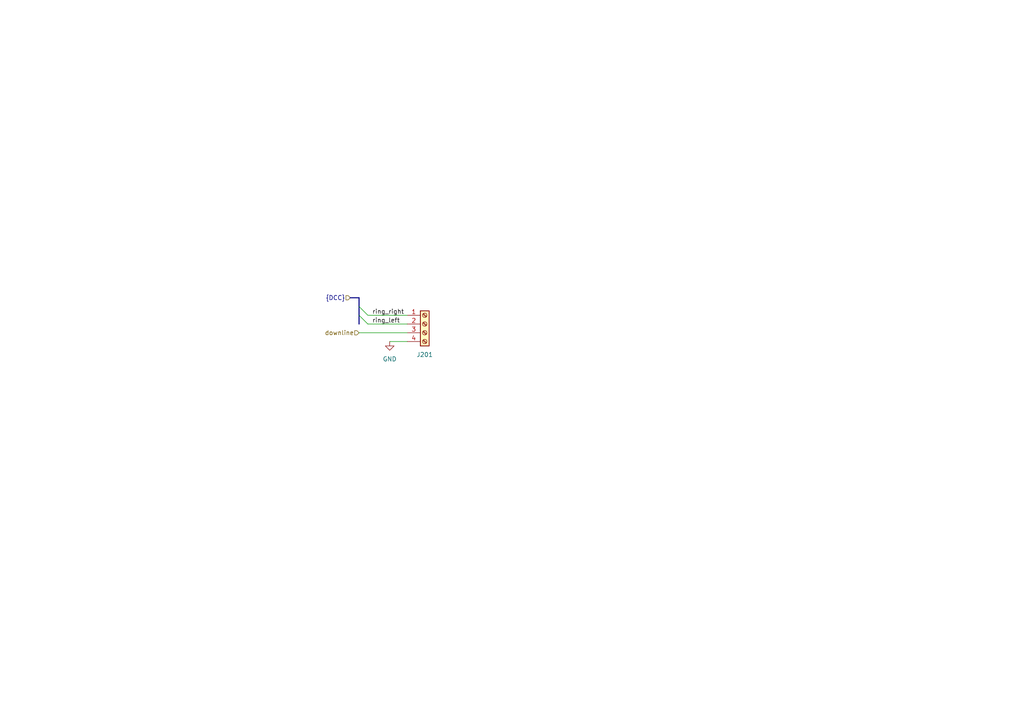
<source format=kicad_sch>
(kicad_sch (version 20231120) (generator "eeschema") (generator_version "8.0")
  (paper "A4")
  (lib_symbols
    (symbol "Connector:Screw_Terminal_01x04" (pin_names (offset 1.016) hide)
      (property "Reference" "J" (at 0 5.08 0))
      (property "Value" "Screw_Terminal_01x04" (at 0 -7.62 0))
      (symbol "Screw_Terminal_01x04_1_1"
        (rectangle (start -1.27 3.81) (end 1.27 -6.35) (stroke (width 0.254)) (fill (type background)))
        (circle (center 0 -5.08) (radius 0.635) (stroke (width 0.1524)))
        (circle (center 0 -2.54) (radius 0.635) (stroke (width 0.1524)))
        (polyline (pts (xy -0.5334 -4.7498) (xy 0.3302 -5.588)) (stroke (width 0.1524)))
        (polyline (pts (xy -0.5334 -2.2098) (xy 0.3302 -3.048)) (stroke (width 0.1524)))
        (polyline (pts (xy -0.5334 0.3302) (xy 0.3302 -0.508)) (stroke (width 0.1524)))
        (polyline (pts (xy -0.5334 2.8702) (xy 0.3302 2.032)) (stroke (width 0.1524)))
        (polyline (pts (xy -0.3556 -4.572) (xy 0.508 -5.4102)) (stroke (width 0.1524)))
        (polyline (pts (xy -0.3556 -2.032) (xy 0.508 -2.8702)) (stroke (width 0.1524)))
        (polyline (pts (xy -0.3556 0.508) (xy 0.508 -0.3302)) (stroke (width 0.1524)))
        (polyline (pts (xy -0.3556 3.048) (xy 0.508 2.2098)) (stroke (width 0.1524)))
        (circle (center 0 0) (radius 0.635) (stroke (width 0.1524)))
        (circle (center 0 2.54) (radius 0.635) (stroke (width 0.1524)))
        (pin passive line (at -5.08 2.54 0) (length 3.81) (name "Pin_1") (number "1"))
        (pin passive line (at -5.08 0 0) (length 3.81) (name "Pin_2") (number "2"))
        (pin passive line (at -5.08 -2.54 0) (length 3.81) (name "Pin_3") (number "3"))
        (pin passive line (at -5.08 -5.08 0) (length 3.81) (name "Pin_4") (number "4"))
      )
    )
    (symbol "power:GND" (power) (pin_names (offset 0))
      (property "Value" "GND" (at 0 -3.81 0))
      (symbol "GND_0_1"
        (polyline (pts (xy 0 0) (xy 0 -1.27) (xy 1.27 -1.27) (xy 0 -2.54) (xy -1.27 -1.27) (xy 0 -1.27)))
      )
      (symbol "GND_1_1"
        (pin power_in line (at 0 0 270) (length 0) hide (name "GND") (number "1"))
      )
    )
  )
  (bus_entry (at 106.68 91.44) (size -2.54 -2.54))
  (bus_entry (at 106.68 93.98) (size -2.54 -2.54))
  (bus (pts (xy 104.14 86.36) (xy 104.14 88.9)))
  (wire (pts (xy 118.11 99.06) (xy 113.03 99.06)))
  (bus (pts (xy 104.14 88.9) (xy 104.14 91.44)))
  (wire (pts (xy 118.11 93.98) (xy 106.68 93.98)))
  (wire (pts (xy 118.11 96.52) (xy 104.14 96.52)))
  (wire (pts (xy 118.11 91.44) (xy 106.68 91.44)))
  (bus (pts (xy 104.14 91.44) (xy 104.14 93.98)))
  (bus (pts (xy 101.6 86.36) (xy 104.14 86.36)))
  (label "ring_right" (at 107.95 91.44 0))
  (label "ring_left" (at 107.95 93.98 0))
  (hierarchical_label "downline" (shape input) (at 104.14 96.52 180))
  (hierarchical_label "{DCC}" (shape input) (at 101.6 86.36 180))
  (symbol (lib_id "Connector:Screw_Terminal_01x04") (at 123.19 93.98 0) (unit 1)
    (property "Reference" "J201" (at 123.19 102.87 0))
    (property "Value" "Screw_Terminal_01x04" (effects (hide yes)))
    (property "Footprint" "Connector_Phoenix_MC:PhoenixContact_MCV_1,5_4-G-3.5_1x04_P3.50mm_Vertical" (effects (hide yes)))
    (instances (project "FY_entry" (path "" (reference "J201") (unit 1)) (path "" (reference "J401") (unit 1)) (path "" (reference "J601") (unit 1)) (path "" (reference "J801") (unit 1)) (path "" (reference "J1101") (unit 1)) (path "" (reference "J301") (unit 1)) (path "" (reference "J501") (unit 1)) (path "" (reference "J701") (unit 1)) (path "" (reference "J901") (unit 1))))
  )
  (symbol (lib_id "power:GND") (at 113.03 99.06 0) (mirror y) (unit 1)
    (property "Reference" "#PWR0201" (effects (hide yes)))
    (property "Value" "GND" (at 113.03 104.14 0))
    (instances (project "FY_entry" (path "" (reference "#PWR0201") (unit 1)) (path "" (reference "#PWR0401") (unit 1)) (path "" (reference "#PWR0601") (unit 1)) (path "" (reference "#PWR0801") (unit 1)) (path "" (reference "#PWR01101") (unit 1)) (path "" (reference "#PWR0301") (unit 1)) (path "" (reference "#PWR0501") (unit 1)) (path "" (reference "#PWR0701") (unit 1)) (path "" (reference "#PWR0901") (unit 1))))
  )
)
</source>
